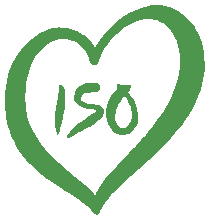
<source format=gbr>
%TF.GenerationSoftware,KiCad,Pcbnew,8.0.5*%
%TF.CreationDate,2024-11-01T20:37:00+01:00*%
%TF.ProjectId,plate,706c6174-652e-46b6-9963-61645f706362,rev?*%
%TF.SameCoordinates,Original*%
%TF.FileFunction,Legend,Top*%
%TF.FilePolarity,Positive*%
%FSLAX46Y46*%
G04 Gerber Fmt 4.6, Leading zero omitted, Abs format (unit mm)*
G04 Created by KiCad (PCBNEW 8.0.5) date 2024-11-01 20:37:00*
%MOMM*%
%LPD*%
G01*
G04 APERTURE LIST*
%ADD10C,0.000000*%
G04 APERTURE END LIST*
D10*
%TO.C,G\u002A\u002A\u002A*%
G36*
X22078002Y-89025685D02*
G01*
X22185092Y-89132574D01*
X22284689Y-89282595D01*
X22358595Y-89452732D01*
X22363121Y-89467422D01*
X22395207Y-89640820D01*
X22413819Y-89883250D01*
X22419311Y-90171039D01*
X22412038Y-90480518D01*
X22392352Y-90788015D01*
X22360607Y-91069861D01*
X22337061Y-91210955D01*
X22295367Y-91415576D01*
X22241374Y-91664906D01*
X22179314Y-91941028D01*
X22113417Y-92226026D01*
X22047913Y-92501984D01*
X21987033Y-92750987D01*
X21935008Y-92955117D01*
X21896068Y-93096458D01*
X21880592Y-93144073D01*
X21835085Y-93225285D01*
X21800437Y-93249516D01*
X21751510Y-93212442D01*
X21707661Y-93144073D01*
X21601942Y-92854469D01*
X21541874Y-92496858D01*
X21527477Y-92068348D01*
X21558772Y-91566051D01*
X21635780Y-90987078D01*
X21726763Y-90484571D01*
X21776796Y-90204944D01*
X21821606Y-89904118D01*
X21855594Y-89622557D01*
X21871019Y-89441859D01*
X21886048Y-89229369D01*
X21902521Y-89094058D01*
X21924435Y-89019411D01*
X21955787Y-88988917D01*
X21981616Y-88984940D01*
X22078002Y-89025685D01*
G37*
G36*
X25043094Y-88850653D02*
G01*
X25163588Y-88878612D01*
X25243489Y-88934314D01*
X25300271Y-89023174D01*
X25323666Y-89077240D01*
X25372410Y-89268768D01*
X25345722Y-89418968D01*
X25240228Y-89531096D01*
X25052556Y-89608406D01*
X24779334Y-89654154D01*
X24720480Y-89659313D01*
X24373345Y-89698676D01*
X24111297Y-89758117D01*
X23927132Y-89841366D01*
X23813646Y-89952149D01*
X23763637Y-90094195D01*
X23759779Y-90156527D01*
X23781921Y-90299758D01*
X23854162Y-90414236D01*
X23985224Y-90504234D01*
X24183831Y-90574028D01*
X24458706Y-90627890D01*
X24805244Y-90668846D01*
X25121546Y-90711962D01*
X25357370Y-90777956D01*
X25524659Y-90874127D01*
X25635359Y-91007770D01*
X25701414Y-91186182D01*
X25708950Y-91220926D01*
X25705851Y-91440297D01*
X25613394Y-91666896D01*
X25434746Y-91892996D01*
X25432439Y-91895325D01*
X25261230Y-92046085D01*
X25028803Y-92220389D01*
X24758923Y-92402248D01*
X24475353Y-92575672D01*
X24201858Y-92724672D01*
X24193730Y-92728762D01*
X24044236Y-92806870D01*
X23838200Y-92918745D01*
X23600042Y-93050931D01*
X23354181Y-93189974D01*
X23290378Y-93226525D01*
X23073724Y-93349297D01*
X22884425Y-93453337D01*
X22737887Y-93530426D01*
X22649520Y-93572345D01*
X22632355Y-93577560D01*
X22576528Y-93540104D01*
X22557953Y-93506423D01*
X22557218Y-93378327D01*
X22633022Y-93211220D01*
X22779617Y-93010967D01*
X22991255Y-92783430D01*
X23262189Y-92534472D01*
X23586670Y-92269957D01*
X23958950Y-91995748D01*
X24201497Y-91829922D01*
X24442786Y-91667366D01*
X24656320Y-91519677D01*
X24830058Y-91395498D01*
X24951957Y-91303474D01*
X25009976Y-91252247D01*
X25012923Y-91247464D01*
X24992675Y-91205677D01*
X24899901Y-91163412D01*
X24728673Y-91118967D01*
X24473060Y-91070639D01*
X24298709Y-91042461D01*
X24021806Y-90991897D01*
X23812714Y-90932397D01*
X23645525Y-90853822D01*
X23494330Y-90746030D01*
X23454517Y-90712032D01*
X23285620Y-90533599D01*
X23190054Y-90345976D01*
X23153300Y-90116474D01*
X23151583Y-90029980D01*
X23193992Y-89713002D01*
X23316565Y-89441516D01*
X23516175Y-89218041D01*
X23789693Y-89045093D01*
X24133992Y-88925188D01*
X24545941Y-88860843D01*
X24610427Y-88856316D01*
X24864532Y-88845025D01*
X25043094Y-88850653D01*
G37*
G36*
X27011045Y-88962424D02*
G01*
X27140821Y-89021788D01*
X27153232Y-89029240D01*
X27286059Y-89088539D01*
X27369649Y-89076821D01*
X27475086Y-89045031D01*
X27629729Y-89033964D01*
X27791434Y-89043358D01*
X27918060Y-89072953D01*
X27933709Y-89080316D01*
X28008566Y-89153652D01*
X28008137Y-89259323D01*
X27931392Y-89405901D01*
X27887283Y-89467172D01*
X27752818Y-89644791D01*
X27931161Y-89912375D01*
X28192902Y-90338731D01*
X28382716Y-90730313D01*
X28506437Y-91104673D01*
X28569899Y-91479360D01*
X28579317Y-91862043D01*
X28567832Y-92091862D01*
X28549776Y-92254855D01*
X28519516Y-92377921D01*
X28471421Y-92487956D01*
X28434377Y-92554289D01*
X28256157Y-92795963D01*
X28031988Y-93006627D01*
X27788613Y-93163822D01*
X27634097Y-93226301D01*
X27344758Y-93285075D01*
X27071194Y-93275826D01*
X26837309Y-93220311D01*
X26589080Y-93097841D01*
X26361605Y-92896986D01*
X26165791Y-92632567D01*
X26012543Y-92319406D01*
X25912767Y-91972325D01*
X25910569Y-91960771D01*
X25887449Y-91721673D01*
X26621758Y-91721673D01*
X26627241Y-91838633D01*
X26656798Y-91981834D01*
X26678374Y-92067193D01*
X26780371Y-92347624D01*
X26920859Y-92543390D01*
X27101237Y-92655899D01*
X27293687Y-92687154D01*
X27480351Y-92662992D01*
X27627890Y-92580826D01*
X27636293Y-92573872D01*
X27829407Y-92353458D01*
X27968003Y-92073901D01*
X28047109Y-91755617D01*
X28061756Y-91419024D01*
X28006971Y-91084540D01*
X28002630Y-91069302D01*
X27934653Y-90869353D01*
X27845418Y-90654272D01*
X27744328Y-90441738D01*
X27640789Y-90249432D01*
X27544202Y-90095034D01*
X27463971Y-89996223D01*
X27417443Y-89969073D01*
X27370554Y-90007316D01*
X27292059Y-90109227D01*
X27194095Y-90255580D01*
X27088799Y-90427151D01*
X26988307Y-90604713D01*
X26904756Y-90769043D01*
X26884927Y-90812616D01*
X26813196Y-90996819D01*
X26738822Y-91220577D01*
X26684455Y-91411104D01*
X26640710Y-91592111D01*
X26621758Y-91721673D01*
X25887449Y-91721673D01*
X25877547Y-91619270D01*
X25891781Y-91238455D01*
X25949894Y-90857889D01*
X26029218Y-90570026D01*
X26143831Y-90301668D01*
X26300741Y-90016858D01*
X26479507Y-89748480D01*
X26659691Y-89529422D01*
X26703178Y-89485628D01*
X26789714Y-89389331D01*
X26823216Y-89296554D01*
X26818901Y-89161957D01*
X26817154Y-89146027D01*
X26806990Y-89017627D01*
X26821531Y-88956879D01*
X26870661Y-88938884D01*
X26899721Y-88938077D01*
X27011045Y-88962424D01*
G37*
G36*
X30196271Y-82300702D02*
G01*
X30383707Y-82308068D01*
X30563973Y-82321359D01*
X30726276Y-82340135D01*
X30859819Y-82363954D01*
X30870627Y-82366465D01*
X31259581Y-82479461D01*
X31629341Y-82628482D01*
X31979810Y-82813459D01*
X32310889Y-83034322D01*
X32622483Y-83291002D01*
X32914493Y-83583428D01*
X33186823Y-83911531D01*
X33357458Y-84150147D01*
X33419389Y-84249074D01*
X33491590Y-84375792D01*
X33568918Y-84520275D01*
X33646228Y-84672497D01*
X33718377Y-84822433D01*
X33780223Y-84960057D01*
X33810490Y-85033171D01*
X33951854Y-85440507D01*
X34063553Y-85871655D01*
X34145223Y-86321986D01*
X34196499Y-86786870D01*
X34217020Y-87261677D01*
X34206421Y-87741778D01*
X34164338Y-88222542D01*
X34096005Y-88669552D01*
X34011927Y-89050700D01*
X33899228Y-89448041D01*
X33761198Y-89852289D01*
X33601128Y-90254154D01*
X33422305Y-90644349D01*
X33336705Y-90813442D01*
X33124040Y-91200448D01*
X32892163Y-91582949D01*
X32638858Y-91963783D01*
X32361907Y-92345785D01*
X32059095Y-92731793D01*
X31728205Y-93124643D01*
X31367021Y-93527171D01*
X30973327Y-93942214D01*
X30591857Y-94326346D01*
X30457841Y-94458208D01*
X30329176Y-94583685D01*
X30202711Y-94705682D01*
X30075294Y-94827105D01*
X29943772Y-94950860D01*
X29804993Y-95079853D01*
X29655805Y-95216992D01*
X29493054Y-95365180D01*
X29313590Y-95527326D01*
X29114260Y-95706334D01*
X28891912Y-95905112D01*
X28643392Y-96126564D01*
X28522556Y-96234056D01*
X28222330Y-96501642D01*
X27950924Y-96744952D01*
X27706049Y-96966158D01*
X27485412Y-97167435D01*
X27286722Y-97350956D01*
X27107688Y-97518894D01*
X26946018Y-97673422D01*
X26799421Y-97816714D01*
X26665605Y-97950943D01*
X26542280Y-98078282D01*
X26427153Y-98200905D01*
X26317933Y-98320985D01*
X26294106Y-98347687D01*
X26077938Y-98599320D01*
X25892202Y-98834865D01*
X25732948Y-99060260D01*
X25596225Y-99281449D01*
X25478081Y-99504372D01*
X25379527Y-99722992D01*
X25334516Y-99827156D01*
X25298162Y-99900235D01*
X25265942Y-99949798D01*
X25233335Y-99983412D01*
X25216409Y-99995974D01*
X25161259Y-100027959D01*
X25112770Y-100038430D01*
X25052837Y-100029596D01*
X25018177Y-100020163D01*
X24986337Y-100007521D01*
X24952549Y-99985361D01*
X24912350Y-99949199D01*
X24861274Y-99894552D01*
X24794860Y-99816936D01*
X24708644Y-99711868D01*
X24697166Y-99697710D01*
X24612309Y-99599408D01*
X24514179Y-99498412D01*
X24400459Y-99392996D01*
X24268834Y-99281434D01*
X24116986Y-99162000D01*
X23942600Y-99032970D01*
X23743359Y-98892617D01*
X23516948Y-98739216D01*
X23261050Y-98571041D01*
X22973348Y-98386367D01*
X22734051Y-98235207D01*
X22378199Y-98010519D01*
X22055857Y-97804421D01*
X21764928Y-97615509D01*
X21503316Y-97442376D01*
X21268925Y-97283617D01*
X21059659Y-97137827D01*
X20873421Y-97003601D01*
X20708116Y-96879533D01*
X20682042Y-96859425D01*
X20224993Y-96490586D01*
X19807134Y-96121772D01*
X19426866Y-95751013D01*
X19082593Y-95376339D01*
X18772715Y-94995781D01*
X18495635Y-94607369D01*
X18249756Y-94209135D01*
X18033479Y-93799108D01*
X17845207Y-93375319D01*
X17835201Y-93350495D01*
X17692809Y-92969212D01*
X17575535Y-92595642D01*
X17481634Y-92221366D01*
X17409363Y-91837962D01*
X17356977Y-91437008D01*
X17322730Y-91010084D01*
X17313878Y-90833860D01*
X17306579Y-90280164D01*
X17308943Y-90229515D01*
X19028183Y-90229515D01*
X19043628Y-90680990D01*
X19090427Y-91122394D01*
X19169276Y-91554952D01*
X19280872Y-91979888D01*
X19425910Y-92398428D01*
X19605088Y-92811795D01*
X19819101Y-93221216D01*
X20068645Y-93627914D01*
X20354418Y-94033114D01*
X20677114Y-94438041D01*
X21037431Y-94843920D01*
X21436065Y-95251976D01*
X21873711Y-95663434D01*
X22351067Y-96079517D01*
X22356318Y-96083937D01*
X22431112Y-96146237D01*
X22532395Y-96229668D01*
X22654778Y-96329838D01*
X22792871Y-96442357D01*
X22941285Y-96562834D01*
X23094631Y-96686877D01*
X23247518Y-96810097D01*
X23254710Y-96815881D01*
X23404668Y-96936733D01*
X23552953Y-97056718D01*
X23694624Y-97171805D01*
X23824744Y-97277964D01*
X23938371Y-97371163D01*
X24030566Y-97447371D01*
X24096389Y-97502557D01*
X24102058Y-97507384D01*
X24242398Y-97631415D01*
X24381091Y-97761821D01*
X24512472Y-97892716D01*
X24630874Y-98018216D01*
X24730632Y-98132438D01*
X24806079Y-98229496D01*
X24826897Y-98260186D01*
X24870288Y-98324658D01*
X24906046Y-98372186D01*
X24928310Y-98395181D01*
X24931830Y-98396030D01*
X24946190Y-98372903D01*
X24957536Y-98338486D01*
X24982016Y-98267813D01*
X25025137Y-98171027D01*
X25082843Y-98055957D01*
X25151076Y-97930437D01*
X25225776Y-97802296D01*
X25283778Y-97708910D01*
X25431656Y-97490126D01*
X25609129Y-97249091D01*
X25813712Y-96988821D01*
X26042920Y-96712332D01*
X26294266Y-96422641D01*
X26565264Y-96122761D01*
X26785281Y-95887317D01*
X27076356Y-95579914D01*
X27341422Y-95299370D01*
X27582818Y-95043148D01*
X27802880Y-94808711D01*
X28003945Y-94593523D01*
X28188350Y-94395046D01*
X28358434Y-94210744D01*
X28516533Y-94038079D01*
X28664984Y-93874516D01*
X28806125Y-93717517D01*
X28942293Y-93564545D01*
X29075825Y-93413063D01*
X29209059Y-93260536D01*
X29268823Y-93191707D01*
X29436542Y-92993607D01*
X29619123Y-92769791D01*
X29809730Y-92529136D01*
X30001527Y-92280519D01*
X30187675Y-92032818D01*
X30361340Y-91794909D01*
X30515684Y-91575670D01*
X30534324Y-91548490D01*
X30726838Y-91255477D01*
X30916827Y-90944709D01*
X31099745Y-90624593D01*
X31271049Y-90303536D01*
X31426195Y-89989947D01*
X31560638Y-89692230D01*
X31633034Y-89515656D01*
X31809641Y-89015073D01*
X31946056Y-88518334D01*
X32042251Y-88025771D01*
X32098201Y-87537716D01*
X32113876Y-87054501D01*
X32089251Y-86576460D01*
X32024298Y-86103925D01*
X31942814Y-85728237D01*
X31835121Y-85365528D01*
X31703305Y-85031845D01*
X31548265Y-84728116D01*
X31370899Y-84455268D01*
X31172107Y-84214230D01*
X30952787Y-84005930D01*
X30713837Y-83831294D01*
X30456157Y-83691252D01*
X30180645Y-83586731D01*
X29888199Y-83518659D01*
X29789008Y-83504459D01*
X29460506Y-83484842D01*
X29127765Y-83504906D01*
X28792255Y-83563895D01*
X28455446Y-83661055D01*
X28118807Y-83795631D01*
X27783808Y-83966869D01*
X27451918Y-84174013D01*
X27124608Y-84416310D01*
X26803346Y-84693004D01*
X26489603Y-85003341D01*
X26184848Y-85346565D01*
X26172146Y-85361834D01*
X26017060Y-85557647D01*
X25867967Y-85762923D01*
X25728251Y-85971951D01*
X25601297Y-86179020D01*
X25490490Y-86378418D01*
X25399215Y-86564435D01*
X25330855Y-86731358D01*
X25297349Y-86837949D01*
X25272612Y-86927808D01*
X25247122Y-87013339D01*
X25225718Y-87078423D01*
X25222509Y-87087156D01*
X25158872Y-87216593D01*
X25081572Y-87308838D01*
X24993453Y-87363272D01*
X24897357Y-87379280D01*
X24796126Y-87356244D01*
X24692602Y-87293546D01*
X24614342Y-87219214D01*
X24567394Y-87158496D01*
X24518571Y-87081320D01*
X24473815Y-86998952D01*
X24439069Y-86922656D01*
X24420276Y-86863696D01*
X24418553Y-86848077D01*
X24410180Y-86800875D01*
X24387538Y-86726293D01*
X24354298Y-86633635D01*
X24314130Y-86532205D01*
X24270706Y-86431307D01*
X24227696Y-86340245D01*
X24191836Y-86273472D01*
X24024219Y-86026259D01*
X23828754Y-85804399D01*
X23609279Y-85611255D01*
X23369633Y-85450188D01*
X23113653Y-85324562D01*
X23104482Y-85320863D01*
X22805673Y-85221543D01*
X22507395Y-85162790D01*
X22210687Y-85144568D01*
X21916591Y-85166839D01*
X21626147Y-85229567D01*
X21340397Y-85332715D01*
X21223119Y-85387538D01*
X20941566Y-85550270D01*
X20672511Y-85750042D01*
X20418174Y-85984376D01*
X20180776Y-86250791D01*
X19962536Y-86546806D01*
X19765675Y-86869942D01*
X19600129Y-87200561D01*
X19437510Y-87604535D01*
X19301371Y-88037621D01*
X19192156Y-88497472D01*
X19110309Y-88981743D01*
X19056271Y-89488087D01*
X19030487Y-90014157D01*
X19028183Y-90229515D01*
X17308943Y-90229515D01*
X17331906Y-89737598D01*
X17389301Y-89208466D01*
X17478206Y-88695073D01*
X17598065Y-88199726D01*
X17748318Y-87724728D01*
X17928408Y-87272384D01*
X18137778Y-86845001D01*
X18375846Y-86444919D01*
X18639335Y-86075083D01*
X18928108Y-85731387D01*
X19239697Y-85415653D01*
X19571631Y-85129706D01*
X19921443Y-84875370D01*
X20286665Y-84654470D01*
X20664827Y-84468828D01*
X21053461Y-84320270D01*
X21376254Y-84227882D01*
X21526867Y-84201258D01*
X21707154Y-84185840D01*
X21907570Y-84181453D01*
X22118571Y-84187922D01*
X22330612Y-84205072D01*
X22534149Y-84232728D01*
X22631961Y-84250895D01*
X22889463Y-84316314D01*
X23161114Y-84407981D01*
X23434861Y-84520819D01*
X23698655Y-84649753D01*
X23940445Y-84789706D01*
X23994752Y-84824962D01*
X24140771Y-84930642D01*
X24289045Y-85053453D01*
X24433723Y-85187291D01*
X24568956Y-85326050D01*
X24688894Y-85463624D01*
X24787687Y-85593907D01*
X24859485Y-85710794D01*
X24875938Y-85744672D01*
X24901542Y-85795984D01*
X24922175Y-85827124D01*
X24928328Y-85831449D01*
X24945193Y-85815159D01*
X24972945Y-85773694D01*
X24989731Y-85744672D01*
X25032485Y-85672735D01*
X25094554Y-85575710D01*
X25170719Y-85461157D01*
X25255764Y-85336635D01*
X25344470Y-85209702D01*
X25431621Y-85087919D01*
X25511998Y-84978842D01*
X25574674Y-84897229D01*
X25910345Y-84498717D01*
X26263987Y-84128721D01*
X26633530Y-83788536D01*
X27016904Y-83479457D01*
X27412039Y-83202778D01*
X27816864Y-82959793D01*
X28229308Y-82751796D01*
X28647302Y-82580083D01*
X29068775Y-82445948D01*
X29491657Y-82350686D01*
X29698896Y-82318571D01*
X29843070Y-82305512D01*
X30012460Y-82299703D01*
X30196271Y-82300702D01*
G37*
%TD*%
M02*

</source>
